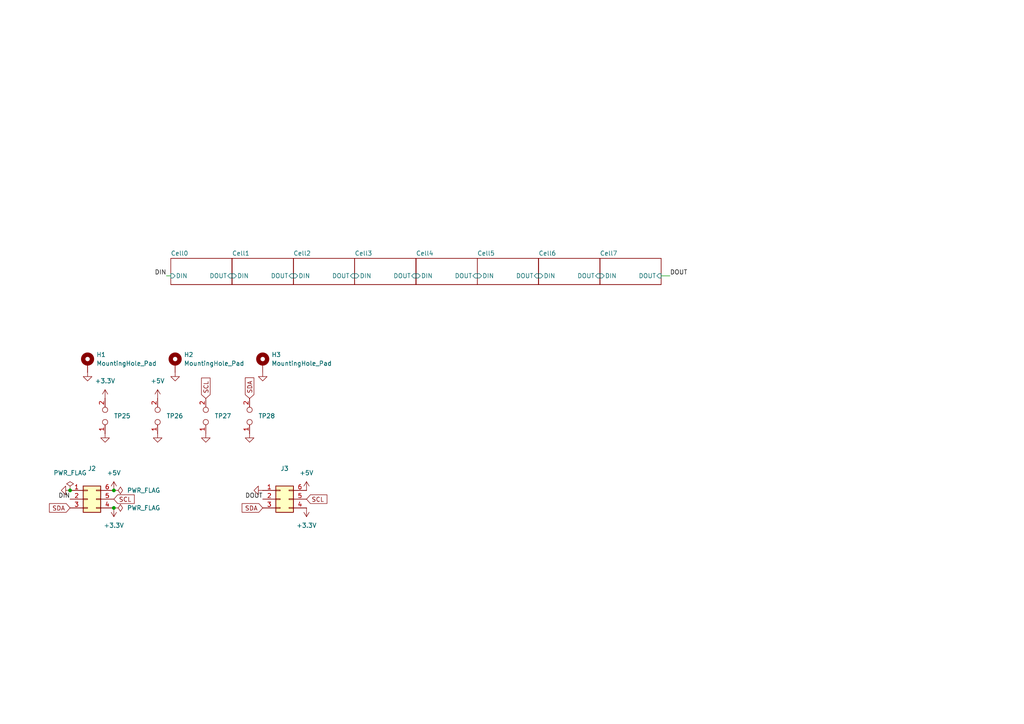
<source format=kicad_sch>
(kicad_sch (version 20231120) (generator "eeschema") (generator_version "8.0")
  (paper "A4")
  (lib_symbols
    (symbol "Connector:TestPoint_2Pole" (pin_names (offset 0.762) hide)
      (property "Reference" "TP" (at 0 1.524 0))
      (property "Value" "TestPoint_2Pole" (at 0 -1.778 0))
      (symbol "TestPoint_2Pole_0_1"
        (circle (center -1.778 0) (radius 0.762))
        (circle (center 1.778 0) (radius 0.762))
        (pin passive line (at -5.08 0 0) (length 2.54) (name "1") (number "1"))
        (pin passive line (at 5.08 0 180) (length 2.54) (name "2") (number "2"))
      )
    )
    (symbol "Connector_Generic:Conn_02x03_Counter_Clockwise" (pin_names (offset 1.016) hide)
      (property "Reference" "J" (at 1.27 5.08 0))
      (property "Value" "Conn_02x03_Counter_Clockwise" (at 1.27 -5.08 0))
      (symbol "Conn_02x03_Counter_Clockwise_1_1"
        (rectangle (start -1.27 -2.413) (end 0 -2.667) (stroke (width 0.1524)))
        (rectangle (start -1.27 0.127) (end 0 -0.127) (stroke (width 0.1524)))
        (rectangle (start -1.27 2.667) (end 0 2.413) (stroke (width 0.1524)))
        (rectangle (start -1.27 3.81) (end 3.81 -3.81) (stroke (width 0.254)) (fill (type background)))
        (rectangle (start 3.81 -2.413) (end 2.54 -2.667) (stroke (width 0.1524)))
        (rectangle (start 3.81 0.127) (end 2.54 -0.127) (stroke (width 0.1524)))
        (rectangle (start 3.81 2.667) (end 2.54 2.413) (stroke (width 0.1524)))
        (pin passive line (at -5.08 2.54 0) (length 3.81) (name "Pin_1") (number "1"))
        (pin passive line (at -5.08 0 0) (length 3.81) (name "Pin_2") (number "2"))
        (pin passive line (at -5.08 -2.54 0) (length 3.81) (name "Pin_3") (number "3"))
        (pin passive line (at 7.62 -2.54 180) (length 3.81) (name "Pin_4") (number "4"))
        (pin passive line (at 7.62 0 180) (length 3.81) (name "Pin_5") (number "5"))
        (pin passive line (at 7.62 2.54 180) (length 3.81) (name "Pin_6") (number "6"))
      )
    )
    (symbol "Mechanical:MountingHole_Pad" (pin_numbers hide) (pin_names (offset 1.016) hide) (exclude_from_sim yes) (in_bom no)
      (property "Reference" "H" (at 0 6.35 0))
      (property "Value" "MountingHole_Pad" (at 0 4.445 0))
      (symbol "MountingHole_Pad_0_1"
        (circle (center 0 1.27) (radius 1.27) (stroke (width 1.27)))
      )
      (symbol "MountingHole_Pad_1_1"
        (pin input line (at 0 -2.54 90) (length 2.54) (name "1") (number "1"))
      )
    )
    (symbol "power:+5V" (power) (pin_numbers hide) (pin_names (offset 0) hide)
      (property "Value" "+5V" (at 0 3.556 0))
      (symbol "+5V_0_1"
        (polyline (pts (xy -0.762 1.27) (xy 0 2.54)))
        (polyline (pts (xy 0 0) (xy 0 2.54)))
        (polyline (pts (xy 0 2.54) (xy 0.762 1.27)))
      )
      (symbol "+5V_1_1"
        (pin power_in line (at 0 0 90) (length 0) (name "~") (number "1"))
      )
    )
    (symbol "power:GND" (power) (pin_numbers hide) (pin_names (offset 0) hide)
      (property "Value" "GND" (at 0 -3.81 0))
      (symbol "GND_0_1"
        (polyline (pts (xy 0 0) (xy 0 -1.27) (xy 1.27 -1.27) (xy 0 -2.54) (xy -1.27 -1.27) (xy 0 -1.27)))
      )
      (symbol "GND_1_1"
        (pin power_in line (at 0 0 270) (length 0) (name "~") (number "1"))
      )
    )
    (symbol "power:PWR_FLAG" (power) (pin_numbers hide) (pin_names (offset 0) hide)
      (property "Value" "PWR_FLAG" (at 0 3.81 0))
      (symbol "PWR_FLAG_0_0"
        (pin power_out line (at 0 0 90) (length 0) (name "~") (number "1"))
      )
      (symbol "PWR_FLAG_0_1"
        (polyline (pts (xy 0 0) (xy 0 1.27) (xy -1.016 1.905) (xy 0 2.54) (xy 1.016 1.905) (xy 0 1.27)))
      )
    )
  )
  (junction (at 33.02 147.32))
  (junction (at 33.02 142.24))
  (junction (at 20.32 142.24))
  (wire (pts (xy 48.26 80.01) (xy 49.53 80.01)))
  (wire (pts (xy 194.31 80.01) (xy 191.77 80.01)))
  (label "DOUT" (at 76.2 144.78 180))
  (label "DIN" (at 48.26 80.01 180))
  (label "DIN" (at 20.32 144.78 180))
  (label "DOUT" (at 194.31 80.01 0))
  (global_label "SDA" (shape input) (at 72.39 115.57 90) (property "Intersheetrefs" "${INTERSHEET_REFS}" (effects (hide yes))))
  (global_label "SCL" (shape input) (at 59.69 115.57 90) (property "Intersheetrefs" "${INTERSHEET_REFS}" (effects (hide yes))))
  (global_label "SCL" (shape input) (at 33.02 144.78 0) (property "Intersheetrefs" "${INTERSHEET_REFS}" (effects (hide yes))))
  (global_label "SCL" (shape input) (at 88.9 144.78 0) (property "Intersheetrefs" "${INTERSHEET_REFS}" (effects (hide yes))))
  (global_label "SDA" (shape input) (at 20.32 147.32 180) (property "Intersheetrefs" "${INTERSHEET_REFS}" (effects (hide yes))))
  (global_label "SDA" (shape input) (at 76.2 147.32 180) (property "Intersheetrefs" "${INTERSHEET_REFS}" (effects (hide yes))))
  (symbol (lib_id "power:GND") (at 20.32 142.24 270) (unit 1)
    (property "Reference" "#PWR076" (effects (hide yes)))
    (property "Value" "GND" (effects (hide yes)))
    (property "Description" "Power symbol creates a global label with name \"GND\" , ground" (effects (hide yes)))
  )
  (symbol (lib_id "power:+5V") (at 33.02 147.32 180) (unit 1)
    (property "Reference" "#PWR080" (effects (hide yes)))
    (property "Value" "+3.3V" (at 33.02 152.4 0))
    (property "Description" "Power symbol creates a global label with name \"+5V\"" (effects (hide yes)))
  )
  (symbol (lib_id "Mechanical:MountingHole_Pad") (at 50.8 105.41 0) (unit 1) (exclude_from_sim yes) (in_bom no)
    (property "Reference" "H2" (at 53.34 102.8699 0) (effects (justify left)))
    (property "Value" "MountingHole_Pad" (at 53.34 105.4099 0) (effects (justify left)))
    (property "Footprint" "MountingHole:MountingHole_2.2mm_M2_DIN965_Pad" (effects (hide yes)))
    (property "Description" "Mounting Hole with connection" (effects (hide yes)))
  )
  (symbol (lib_id "Connector:TestPoint_2Pole") (at 45.72 120.65 90) (unit 1)
    (property "Reference" "TP26" (at 48.26 120.6499 90) (effects (justify right)))
    (property "Value" "TestPoint_2Pole" (effects (hide yes)))
    (property "Footprint" "TestPoint:TestPoint_2Pads_Pitch2.54mm_Drill0.8mm" (effects (hide yes)))
    (property "Description" "2-polar test point" (effects (hide yes)))
  )
  (symbol (lib_id "power:GND") (at 45.72 125.73 0) (unit 1)
    (property "Reference" "#PWR085" (effects (hide yes)))
    (property "Value" "GND" (effects (hide yes)))
    (property "Description" "Power symbol creates a global label with name \"GND\" , ground" (effects (hide yes)))
  )
  (symbol (lib_id "Connector:TestPoint_2Pole") (at 59.69 120.65 90) (unit 1)
    (property "Reference" "TP27" (at 62.23 120.6499 90) (effects (justify right)))
    (property "Value" "TestPoint_2Pole" (effects (hide yes)))
    (property "Footprint" "TestPoint:TestPoint_2Pads_Pitch2.54mm_Drill0.8mm" (effects (hide yes)))
    (property "Description" "2-polar test point" (effects (hide yes)))
  )
  (symbol (lib_id "power:+5V") (at 88.9 142.24 0) (unit 1)
    (property "Reference" "#PWR078" (effects (hide yes)))
    (property "Value" "+5V" (at 88.9 137.16 0))
    (property "Description" "Power symbol creates a global label with name \"+5V\"" (effects (hide yes)))
  )
  (symbol (lib_id "power:GND") (at 72.39 125.73 0) (unit 1)
    (property "Reference" "#PWR087" (effects (hide yes)))
    (property "Value" "GND" (effects (hide yes)))
    (property "Description" "Power symbol creates a global label with name \"GND\" , ground" (effects (hide yes)))
  )
  (symbol (lib_id "Connector_Generic:Conn_02x03_Counter_Clockwise") (at 25.4 144.78 0) (unit 1)
    (property "Reference" "J2" (at 26.67 135.89 0))
    (property "Value" "Conn_02x03_Counter_Clockwise" (effects (hide yes)))
    (property "Footprint" "Connector_PinHeader_2.54mm:PinHeader_2x03_P2.54mm_Vertical" (effects (hide yes)))
    (property "Description" "Generic connector, double row, 02x03, counter clockwise pin numbering scheme (similar to DIP package numbering), script generated (kicad-library-utils/schlib/autogen/connector/)" (effects (hide yes)))
  )
  (symbol (lib_id "power:GND") (at 76.2 107.95 0) (unit 1)
    (property "Reference" "#PWR075" (effects (hide yes)))
    (property "Value" "GND" (effects (hide yes)))
    (property "Description" "Power symbol creates a global label with name \"GND\" , ground" (effects (hide yes)))
  )
  (symbol (lib_id "power:GND") (at 30.48 125.73 0) (unit 1)
    (property "Reference" "#PWR083" (effects (hide yes)))
    (property "Value" "GND" (effects (hide yes)))
    (property "Description" "Power symbol creates a global label with name \"GND\" , ground" (effects (hide yes)))
  )
  (symbol (lib_id "power:GND") (at 50.8 107.95 0) (unit 1)
    (property "Reference" "#PWR074" (effects (hide yes)))
    (property "Value" "GND" (effects (hide yes)))
    (property "Description" "Power symbol creates a global label with name \"GND\" , ground" (effects (hide yes)))
  )
  (symbol (lib_id "power:GND") (at 76.2 142.24 270) (unit 1)
    (property "Reference" "#PWR077" (effects (hide yes)))
    (property "Value" "GND" (effects (hide yes)))
    (property "Description" "Power symbol creates a global label with name \"GND\" , ground" (effects (hide yes)))
  )
  (symbol (lib_id "power:GND") (at 25.4 107.95 0) (unit 1)
    (property "Reference" "#PWR073" (effects (hide yes)))
    (property "Value" "GND" (effects (hide yes)))
    (property "Description" "Power symbol creates a global label with name \"GND\" , ground" (effects (hide yes)))
  )
  (symbol (lib_id "power:+5V") (at 33.02 142.24 0) (unit 1)
    (property "Reference" "#PWR081" (effects (hide yes)))
    (property "Value" "+5V" (at 33.02 137.16 0))
    (property "Description" "Power symbol creates a global label with name \"+5V\"" (effects (hide yes)))
  )
  (symbol (lib_id "power:PWR_FLAG") (at 33.02 147.32 270) (unit 1)
    (property "Reference" "#FLG02" (effects (hide yes)))
    (property "Value" "PWR_FLAG" (at 36.83 147.3199 90) (effects (justify left)))
    (property "Description" "Special symbol for telling ERC where power comes from" (effects (hide yes)))
  )
  (symbol (lib_id "Connector:TestPoint_2Pole") (at 72.39 120.65 90) (unit 1)
    (property "Reference" "TP28" (at 74.93 120.6499 90) (effects (justify right)))
    (property "Value" "TestPoint_2Pole" (effects (hide yes)))
    (property "Footprint" "TestPoint:TestPoint_2Pads_Pitch2.54mm_Drill0.8mm" (effects (hide yes)))
    (property "Description" "2-polar test point" (effects (hide yes)))
  )
  (symbol (lib_id "power:PWR_FLAG") (at 33.02 142.24 270) (unit 1)
    (property "Reference" "#FLG01" (effects (hide yes)))
    (property "Value" "PWR_FLAG" (at 36.83 142.2399 90) (effects (justify left)))
    (property "Description" "Special symbol for telling ERC where power comes from" (effects (hide yes)))
  )
  (symbol (lib_id "Connector:TestPoint_2Pole") (at 30.48 120.65 90) (unit 1)
    (property "Reference" "TP25" (at 33.02 120.6499 90) (effects (justify right)))
    (property "Value" "TestPoint_2Pole" (effects (hide yes)))
    (property "Footprint" "TestPoint:TestPoint_2Pads_Pitch2.54mm_Drill0.8mm" (effects (hide yes)))
    (property "Description" "2-polar test point" (effects (hide yes)))
  )
  (symbol (lib_id "Mechanical:MountingHole_Pad") (at 76.2 105.41 0) (unit 1) (exclude_from_sim yes) (in_bom no)
    (property "Reference" "H3" (at 78.74 102.8699 0) (effects (justify left)))
    (property "Value" "MountingHole_Pad" (at 78.74 105.4099 0) (effects (justify left)))
    (property "Footprint" "MountingHole:MountingHole_2.2mm_M2_DIN965_Pad" (effects (hide yes)))
    (property "Description" "Mounting Hole with connection" (effects (hide yes)))
  )
  (symbol (lib_id "power:+5V") (at 88.9 147.32 180) (unit 1)
    (property "Reference" "#PWR079" (effects (hide yes)))
    (property "Value" "+3.3V" (at 88.9 152.4 0))
    (property "Description" "Power symbol creates a global label with name \"+5V\"" (effects (hide yes)))
  )
  (symbol (lib_id "power:GND") (at 59.69 125.73 0) (unit 1)
    (property "Reference" "#PWR086" (effects (hide yes)))
    (property "Value" "GND" (effects (hide yes)))
    (property "Description" "Power symbol creates a global label with name \"GND\" , ground" (effects (hide yes)))
  )
  (symbol (lib_id "Mechanical:MountingHole_Pad") (at 25.4 105.41 0) (unit 1) (exclude_from_sim yes) (in_bom no)
    (property "Reference" "H1" (at 27.94 102.8699 0) (effects (justify left)))
    (property "Value" "MountingHole_Pad" (at 27.94 105.4099 0) (effects (justify left)))
    (property "Footprint" "MountingHole:MountingHole_2.2mm_M2_DIN965_Pad" (effects (hide yes)))
    (property "Description" "Mounting Hole with connection" (effects (hide yes)))
  )
  (symbol (lib_id "power:PWR_FLAG") (at 20.32 142.24 0) (unit 1)
    (property "Reference" "#FLG03" (effects (hide yes)))
    (property "Value" "PWR_FLAG" (at 20.32 137.16 0))
    (property "Description" "Special symbol for telling ERC where power comes from" (effects (hide yes)))
  )
  (symbol (lib_id "power:+5V") (at 45.72 115.57 0) (unit 1)
    (property "Reference" "#PWR084" (effects (hide yes)))
    (property "Value" "+5V" (at 45.72 110.49 0))
    (property "Description" "Power symbol creates a global label with name \"+5V\"" (effects (hide yes)))
  )
  (symbol (lib_id "power:+5V") (at 30.48 115.57 0) (unit 1)
    (property "Reference" "#PWR082" (effects (hide yes)))
    (property "Value" "+3.3V" (at 30.48 110.49 0))
    (property "Description" "Power symbol creates a global label with name \"+5V\"" (effects (hide yes)))
  )
  (symbol (lib_id "Connector_Generic:Conn_02x03_Counter_Clockwise") (at 81.28 144.78 0) (unit 1)
    (property "Reference" "J3" (at 82.55 135.89 0))
    (property "Value" "Conn_02x03_Counter_Clockwise" (effects (hide yes)))
    (property "Footprint" "Connector_PinHeader_2.54mm:PinHeader_2x03_P2.54mm_Vertical" (effects (hide yes)))
    (property "Description" "Generic connector, double row, 02x03, counter clockwise pin numbering scheme (similar to DIP package numbering), script generated (kicad-library-utils/schlib/autogen/connector/)" (effects (hide yes)))
  )
  (sheet (at 120.65 74.93) (size 17.78 7.62) (stroke (width 0.1524))
    (property "Sheetname" "Cell4" (at 120.65 74.2184 0) (effects (justify left bottom)))
    (property "Sheetfile" "Cell.kicad_sch" (effects (hide yes)))
    (pin "DIN" input (at 120.65 80.01 180))
    (pin "DOUT" input (at 138.43 80.01 0))
  )
  (sheet (at 173.99 74.93) (size 17.78 7.62) (stroke (width 0.1524))
    (property "Sheetname" "Cell7" (at 173.99 74.2184 0) (effects (justify left bottom)))
    (property "Sheetfile" "Cell.kicad_sch" (effects (hide yes)))
    (pin "DIN" input (at 173.99 80.01 180))
    (pin "DOUT" input (at 191.77 80.01 0))
  )
  (sheet (at 102.87 74.93) (size 17.78 7.62) (stroke (width 0.1524))
    (property "Sheetname" "Cell3" (at 102.87 74.2184 0) (effects (justify left bottom)))
    (property "Sheetfile" "Cell.kicad_sch" (effects (hide yes)))
    (pin "DIN" input (at 102.87 80.01 180))
    (pin "DOUT" input (at 120.65 80.01 0))
  )
  (sheet (at 85.09 74.93) (size 17.78 7.62) (stroke (width 0.1524))
    (property "Sheetname" "Cell2" (at 85.09 74.2184 0) (effects (justify left bottom)))
    (property "Sheetfile" "Cell.kicad_sch" (effects (hide yes)))
    (pin "DIN" input (at 85.09 80.01 180))
    (pin "DOUT" input (at 102.87 80.01 0))
  )
  (sheet (at 156.21 74.93) (size 17.78 7.62) (stroke (width 0.1524))
    (property "Sheetname" "Cell6" (at 156.21 74.2184 0) (effects (justify left bottom)))
    (property "Sheetfile" "Cell.kicad_sch" (effects (hide yes)))
    (pin "DIN" input (at 156.21 80.01 180))
    (pin "DOUT" input (at 173.99 80.01 0))
  )
  (sheet (at 67.31 74.93) (size 17.78 7.62) (stroke (width 0.1524))
    (property "Sheetname" "Cell1" (at 67.31 74.2184 0) (effects (justify left bottom)))
    (property "Sheetfile" "Cell.kicad_sch" (effects (hide yes)))
    (pin "DIN" input (at 67.31 80.01 180))
    (pin "DOUT" input (at 85.09 80.01 0))
  )
  (sheet (at 49.53 74.93) (size 17.78 7.62) (stroke (width 0.1524))
    (property "Sheetname" "Cell0" (at 49.53 74.2184 0) (effects (justify left bottom)))
    (property "Sheetfile" "Cell.kicad_sch" (effects (hide yes)))
    (pin "DIN" input (at 49.53 80.01 180))
    (pin "DOUT" input (at 67.31 80.01 0))
  )
  (sheet (at 138.43 74.93) (size 17.78 7.62) (stroke (width 0.1524))
    (property "Sheetname" "Cell5" (at 138.43 74.2184 0) (effects (justify left bottom)))
    (property "Sheetfile" "Cell.kicad_sch" (effects (hide yes)))
    (pin "DIN" input (at 138.43 80.01 180))
    (pin "DOUT" input (at 156.21 80.01 0))
  )
)
</source>
